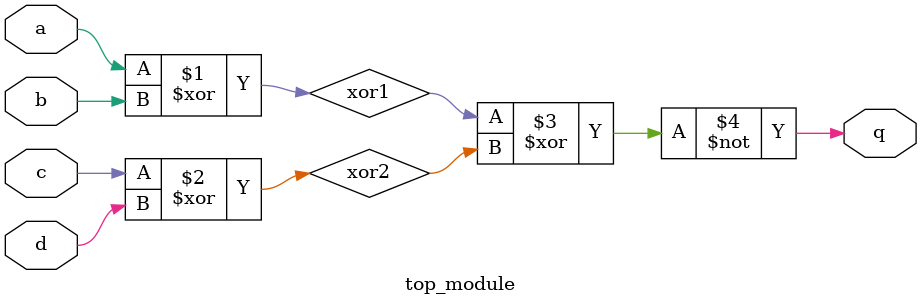
<source format=sv>
module top_module (
	input a, 
	input b, 
	input c, 
	input d,
	output q
);

// XOR operation
wire xor1 = a ^ b;
wire xor2 = c ^ d;

// NOT operation
assign q = ~ (xor1 ^ xor2);

endmodule

</source>
